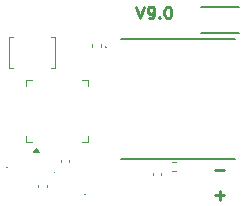
<source format=gbr>
%TF.GenerationSoftware,KiCad,Pcbnew,9.0.6-rc1*%
%TF.CreationDate,2025-12-13T16:16:27+01:00*%
%TF.ProjectId,hardware_V8,68617264-7761-4726-955f-56382e6b6963,rev?*%
%TF.SameCoordinates,Original*%
%TF.FileFunction,Legend,Top*%
%TF.FilePolarity,Positive*%
%FSLAX46Y46*%
G04 Gerber Fmt 4.6, Leading zero omitted, Abs format (unit mm)*
G04 Created by KiCad (PCBNEW 9.0.6-rc1) date 2025-12-13 16:16:27*
%MOMM*%
%LPD*%
G01*
G04 APERTURE LIST*
%ADD10C,0.250000*%
%ADD11C,0.120000*%
%ADD12C,0.200000*%
%ADD13C,0.100000*%
G04 APERTURE END LIST*
D10*
X105059711Y-91814619D02*
X105393044Y-92814619D01*
X105393044Y-92814619D02*
X105726377Y-91814619D01*
X106107330Y-92814619D02*
X106297806Y-92814619D01*
X106297806Y-92814619D02*
X106393044Y-92767000D01*
X106393044Y-92767000D02*
X106440663Y-92719380D01*
X106440663Y-92719380D02*
X106535901Y-92576523D01*
X106535901Y-92576523D02*
X106583520Y-92386047D01*
X106583520Y-92386047D02*
X106583520Y-92005095D01*
X106583520Y-92005095D02*
X106535901Y-91909857D01*
X106535901Y-91909857D02*
X106488282Y-91862238D01*
X106488282Y-91862238D02*
X106393044Y-91814619D01*
X106393044Y-91814619D02*
X106202568Y-91814619D01*
X106202568Y-91814619D02*
X106107330Y-91862238D01*
X106107330Y-91862238D02*
X106059711Y-91909857D01*
X106059711Y-91909857D02*
X106012092Y-92005095D01*
X106012092Y-92005095D02*
X106012092Y-92243190D01*
X106012092Y-92243190D02*
X106059711Y-92338428D01*
X106059711Y-92338428D02*
X106107330Y-92386047D01*
X106107330Y-92386047D02*
X106202568Y-92433666D01*
X106202568Y-92433666D02*
X106393044Y-92433666D01*
X106393044Y-92433666D02*
X106488282Y-92386047D01*
X106488282Y-92386047D02*
X106535901Y-92338428D01*
X106535901Y-92338428D02*
X106583520Y-92243190D01*
X107012092Y-92719380D02*
X107059711Y-92767000D01*
X107059711Y-92767000D02*
X107012092Y-92814619D01*
X107012092Y-92814619D02*
X106964473Y-92767000D01*
X106964473Y-92767000D02*
X107012092Y-92719380D01*
X107012092Y-92719380D02*
X107012092Y-92814619D01*
X107678758Y-91814619D02*
X107773996Y-91814619D01*
X107773996Y-91814619D02*
X107869234Y-91862238D01*
X107869234Y-91862238D02*
X107916853Y-91909857D01*
X107916853Y-91909857D02*
X107964472Y-92005095D01*
X107964472Y-92005095D02*
X108012091Y-92195571D01*
X108012091Y-92195571D02*
X108012091Y-92433666D01*
X108012091Y-92433666D02*
X107964472Y-92624142D01*
X107964472Y-92624142D02*
X107916853Y-92719380D01*
X107916853Y-92719380D02*
X107869234Y-92767000D01*
X107869234Y-92767000D02*
X107773996Y-92814619D01*
X107773996Y-92814619D02*
X107678758Y-92814619D01*
X107678758Y-92814619D02*
X107583520Y-92767000D01*
X107583520Y-92767000D02*
X107535901Y-92719380D01*
X107535901Y-92719380D02*
X107488282Y-92624142D01*
X107488282Y-92624142D02*
X107440663Y-92433666D01*
X107440663Y-92433666D02*
X107440663Y-92195571D01*
X107440663Y-92195571D02*
X107488282Y-92005095D01*
X107488282Y-92005095D02*
X107535901Y-91909857D01*
X107535901Y-91909857D02*
X107583520Y-91862238D01*
X107583520Y-91862238D02*
X107678758Y-91814619D01*
X111752568Y-107783666D02*
X112514473Y-107783666D01*
X112133520Y-108164619D02*
X112133520Y-107402714D01*
X111752568Y-105633666D02*
X112514473Y-105633666D01*
D11*
%TO.C,R8*%
X108403641Y-105780000D02*
X108096359Y-105780000D01*
X108403641Y-105020000D02*
X108096359Y-105020000D01*
D12*
%TO.C,SW4*%
X110525000Y-94050000D02*
X113750000Y-94050000D01*
X110550000Y-91850000D02*
X113750000Y-91850000D01*
D11*
%TO.C,U1*%
X95727500Y-103260000D02*
X95727500Y-102785000D01*
X96202500Y-103260000D02*
X95727500Y-103260000D01*
X100947500Y-103260000D02*
X100472500Y-103260000D01*
X100947500Y-102785000D02*
X100947500Y-103260000D01*
X95727500Y-98515000D02*
X95727500Y-98040000D01*
X95727500Y-98040000D02*
X96202500Y-98040000D01*
X100472500Y-98040000D02*
X100947500Y-98040000D01*
X100947500Y-98040000D02*
X100947500Y-98515000D01*
X96827500Y-104120000D02*
X96347500Y-104120000D01*
X96587500Y-103790000D01*
X96827500Y-104120000D01*
G36*
X96827500Y-104120000D02*
G01*
X96347500Y-104120000D01*
X96587500Y-103790000D01*
X96827500Y-104120000D01*
G37*
D13*
%TO.C,LEDRED1*%
X94160000Y-105470000D02*
G75*
G02*
X94060000Y-105470000I-50000J0D01*
G01*
X94060000Y-105470000D02*
G75*
G02*
X94160000Y-105470000I50000J0D01*
G01*
%TO.C,LEDGREEN1*%
X99150000Y-105910000D02*
G75*
G02*
X99050000Y-105910000I-50000J0D01*
G01*
X99050000Y-105910000D02*
G75*
G02*
X99150000Y-105910000I50000J0D01*
G01*
%TO.C,LEDBLUE1*%
X98150000Y-105910000D02*
G75*
G02*
X98050000Y-105910000I-50000J0D01*
G01*
X98050000Y-105910000D02*
G75*
G02*
X98150000Y-105910000I50000J0D01*
G01*
%TO.C,J2*%
X98150000Y-97000000D02*
X98150000Y-94400000D01*
X98150000Y-94400000D02*
X97800000Y-94400000D01*
X97800000Y-97000000D02*
X98150000Y-97000000D01*
X94600000Y-94400000D02*
X94250000Y-94400000D01*
X94250000Y-97000000D02*
X94600000Y-97000000D01*
X94250000Y-96925000D02*
X94250000Y-97000000D01*
X94250000Y-96925000D02*
X94250000Y-96925000D01*
X94250000Y-94400000D02*
X94250000Y-96925000D01*
D12*
%TO.C,IC4*%
X103777500Y-104687500D02*
X113377500Y-104687500D01*
X103777500Y-94587500D02*
X113377500Y-94587500D01*
D13*
X102477500Y-95237500D02*
X102477500Y-95237500D01*
X102377500Y-95237500D02*
X102377500Y-95237500D01*
X102477500Y-95237500D02*
G75*
G02*
X102377500Y-95237500I-50000J0D01*
G01*
X102377500Y-95237500D02*
G75*
G02*
X102477500Y-95237500I50000J0D01*
G01*
%TO.C,IC1*%
X100650000Y-107700000D02*
X100650000Y-107700000D01*
X100750000Y-107700000D02*
X100750000Y-107700000D01*
X100650000Y-107700000D02*
G75*
G02*
X100750000Y-107700000I50000J0D01*
G01*
X100750000Y-107700000D02*
G75*
G02*
X100650000Y-107700000I-50000J0D01*
G01*
D11*
%TO.C,C29*%
X96740000Y-107107836D02*
X96740000Y-106892164D01*
X97460000Y-107107836D02*
X97460000Y-106892164D01*
%TO.C,C28*%
X107160000Y-105892164D02*
X107160000Y-106107836D01*
X106440000Y-105892164D02*
X106440000Y-106107836D01*
%TO.C,C19*%
X102060000Y-94992164D02*
X102060000Y-95207836D01*
X101340000Y-94992164D02*
X101340000Y-95207836D01*
%TO.C,C16*%
X98640000Y-105007836D02*
X98640000Y-104792164D01*
X99360000Y-105007836D02*
X99360000Y-104792164D01*
%TD*%
M02*

</source>
